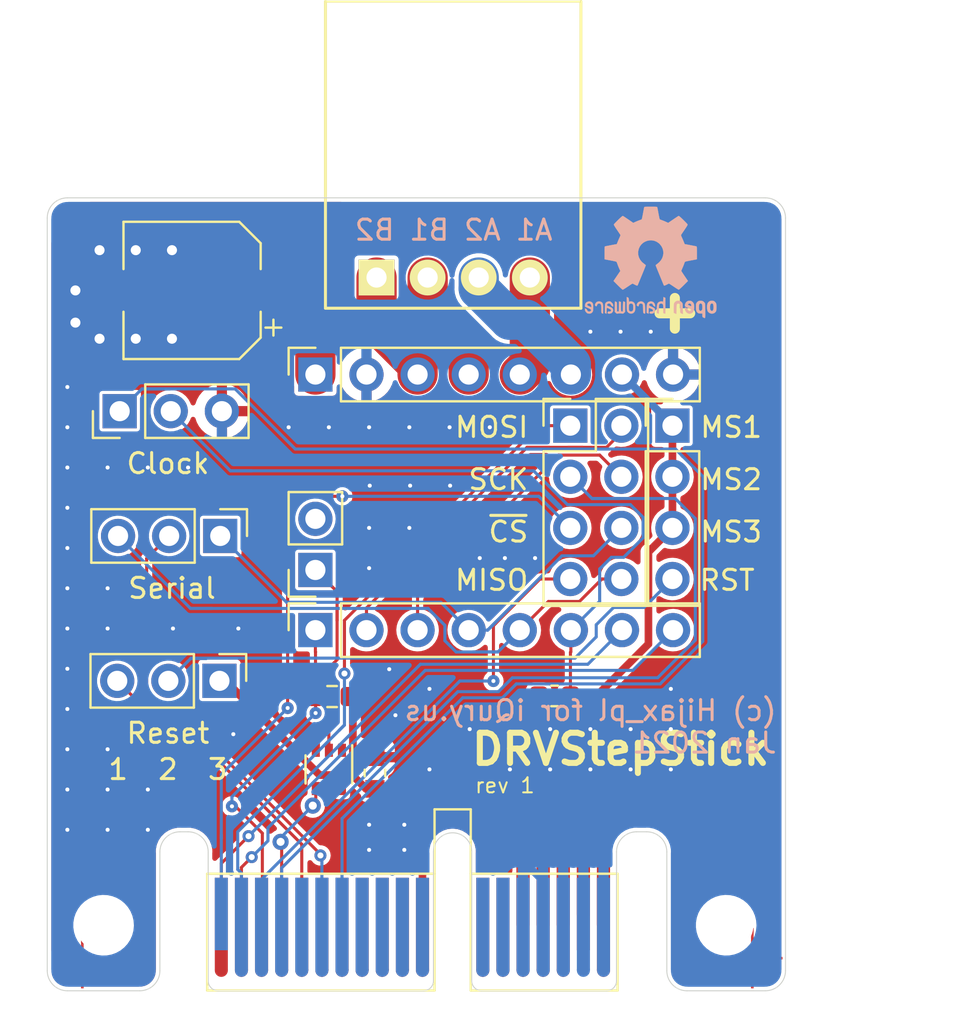
<source format=kicad_pcb>
(kicad_pcb (version 20210108) (generator pcbnew)
  (layers (0 "F.Cu" signal) (31 "B.Cu" signal) (34 "B.Paste" user) (35 "F.Paste" user) (36 "B.SilkS" user "B.Silkscreen") (37 "F.SilkS" user "F.Silkscreen") (38 "B.Mask" user) (39 "F.Mask" user) (44 "Edge.Cuts" user))
  (net 0 "")
  (net 1 "/~CS")
  (net 2 "GND")
  (net 3 "/SERIAL")
  (net 4 "/MOTA1")
  (net 5 "/MOTA2")
  (net 6 "/MOTB1")
  (net 7 "/MOTB2")
  (net 8 "/CLOCK")
  (net 9 "/MISO")
  (net 10 "/MOSI")
  (net 11 "/DIR")
  (net 12 "/STEP")
  (net 13 "/SCK")
  (net 14 "/ALARM1")
  (net 15 "/DIAG")
  (net 16 "VCC")
  (net 17 "/VBB")
  (net 18 "/~ENABLE")
  (net 19 "/MS1{slash}MOSI")
  (net 20 "/MS2{slash}SCK")
  (net 21 "/MS3{slash}~CS{slash}UART")
  (net 22 "/RST{slash}MISO{slash}UART")
  (net 23 "/SLP{slash}DCO{slash}CLK{slash}UART")
  (net 24 "/~ST_RESET")
  (net 25 "Net-(J5-Pad4)")
  (footprint "Connector_PCBEdge:BUS_PCIexpress" (layer "F.Cu") (at 117.653 110.185)
    (fp_text reference "J1" hide)
    (fp_text value "PCIe_Stepper")
    (pad "" connect oval (at 15 2.8 90) (size 0.65 0.65) (layers "B.Cu" "B.Mask"))
    (pad "" connect oval (at 13 2.8 90) (size 0.65 0.65) (layers "B.Cu" "B.Mask"))
    (pad "" connect circle (at 6 2.8) (size 0.65 0.65) (layers "F.Cu" "F.Mask"))
    (pad "" connect circle (at 5 2.8) (size 0.65 0.65) (layers "F.Cu" "F.Mask"))
    (pad "" connect oval (at 6 2.8 90) (size 0.65 0.65) (layers "B.Cu" "B.Mask"))
    (pad "" connect circle (at 14 2.8) (size 0.65 0.65) (layers "F.Cu" "F.Mask"))
    (pad "" connect circle (at 4 2.8) (size 0.65 0.65) (layers "F.Cu" "F.Mask"))
    (pad "" connect circle (at 13 2.8) (size 0.65 0.65) (layers "F.Cu" "F.Mask"))
    (pad "" connect circle (at 7 2.8) (size 0.65 0.65) (layers "F.Cu" "F.Mask"))
    (pad "" connect oval (at 1 2.8 90) (size 0.65 0.65) (layers "B.Cu" "B.Mask"))
    (pad "" connect oval (at 17 2.8 90) (size 0.65 0.65) (layers "B.Cu" "B.Mask"))
    (pad "" connect oval (at 18 2.8 90) (size 0.65 0.65) (layers "B.Cu" "B.Mask"))
    (pad "" connect circle (at 15 2.8) (size 0.65 0.65) (layers "F.Cu" "F.Mask"))
    (pad "" connect oval (at 7 2.8 90) (size 0.65 0.65) (layers "B.Cu" "B.Mask"))
    (pad "" connect oval (at 2 2.8 90) (size 0.65 0.65) (layers "B.Cu" "B.Mask"))
    (pad "" connect oval (at 10 2.8 90) (size 0.65 0.65) (layers "B.Cu" "B.Mask"))
    (pad "" connect oval (at 3 2.8 90) (size 0.65 0.65) (layers "B.Cu" "B.Mask"))
    (pad "" connect oval (at 8 2.8 90) (size 0.65 0.65) (layers "B.Cu" "B.Mask"))
    (pad "" connect circle (at 2 2.8) (size 0.65 0.65) (layers "F.Cu" "F.Mask"))
    (pad "" connect circle (at 17 2.8) (size 0.65 0.65) (layers "F.Cu" "F.Mask"))
    (pad "" connect circle (at 3 2.8) (size 0.65 0.65) (layers "F.Cu" "F.Mask"))
    (pad "" connect circle (at 1 2.8) (size 0.65 0.65) (layers "F.Cu" "F.Mask"))
    (pad "" connect circle (at 9 2.8) (size 0.65 0.65) (layers "F.Cu" "F.Mask"))
    (pad "" connect oval (at 14 2.8 90) (size 0.65 0.65) (layers "B.Cu" "B.Mask"))
    (pad "" connect oval (at 5 2.8 90) (size 0.65 0.65) (layers "B.Cu" "B.Mask"))
    (pad "" connect circle (at 10 2.8) (size 0.65 0.65) (layers "F.Cu" "F.Mask"))
    (pad "" connect oval (at 4 2.8 90) (size 0.65 0.65) (layers "B.Cu" "B.Mask"))
    (pad "" connect circle (at 16 2.8) (size 0.65 0.65) (layers "F.Cu" "F.Mask"))
    (pad "" connect oval (at 16 2.8 90) (size 0.65 0.65) (layers "B.Cu" "B.Mask"))
    (pad "" connect circle (at 0 2.8) (size 0.65 0.65) (layers "F.Cu" "F.Mask"))
    (pad "" connect oval (at 9 2.8 90) (size 0.65 0.65) (layers "B.Cu" "B.Mask"))
    (pad "" connect circle (at 19 2.8) (size 0.65 0.65) (layers "F.Cu" "F.Mask"))
    (pad "" connect oval (at 19 2.8 90) (size 0.65 0.65) (layers "B.Cu" "B.Mask"))
    (pad "" connect circle (at 8 2.8) (size 0.65 0.65) (layers "F.Cu" "F.Mask"))
    (pad "A1" connect rect (at 0 0) (size 0.65 3.6) (layers "B.Cu" "B.Mask") (net 1 "/~CS"))
    (pad "A2" connect rect (at 1 0.5) (size 0.65 4.6) (layers "B.Cu" "B.Mask") (net 10 "/MOSI"))
    (pad "A3" connect rect (at 2 0.5) (size 0.65 4.6) (layers "B.Cu" "B.Mask") (net 9 "/MISO"))
    (pad "A4" connect rect (at 3 0.5) (size 0.65 4.6) (layers "B.Cu" "B.Mask") (net 13 "/SCK"))
    (pad "A5" connect rect (at 4 0.5) (size 0.65 4.6) (layers "B.Cu" "B.Mask"))
    (pad "A6" connect rect (at 5 0.5) (size 0.65 4.6) (layers "B.Cu" "B.Mask") (net 3 "/SERIAL"))
    (pad "A7" connect rect (at 6 0.5) (size 0.65 4.6) (layers "B.Cu" "B.Mask") (net 8 "/CLOCK"))
    (pad "A8" connect rect (at 7 0.5) (size 0.65 4.6) (layers "B.Cu" "B.Mask"))
    (pad "A9" connect rect (at 8 0.5) (size 0.65 4.6) (layers "B.Cu" "B.Mask"))
    (pad "A10" connect rect (at 9 0.5) (size 0.65 4.6) (layers "B.Cu" "B.Mask"))
    (pad "A11" connect rect (at 10 0.5) (size 0.65 4.6) (layers "B.Cu" "B.Mask"))
    (pad "A12" connect rect (at 13 0.5) (size 0.65 4.6) (layers "B.Cu" "B.Mask"))
    (pad "A13" connect rect (at 14 0.5) (size 0.65 4.6) (layers "B.Cu" "B.Mask"))
    (pad "A14" connect rect (at 15 0.5) (size 0.65 4.6) (layers "B.Cu" "B.Mask") (net 2 "GND"))
    (pad "A15" connect rect (at 16 0.5) (size 0.65 4.6) (layers "B.Cu" "B.Mask") (net 2 "GND"))
    (pad "A16" connect rect (at 17 0.5) (size 0.65 4.6) (layers "B.Cu" "B.Mask") (net 2 "GND"))
    (pad "A17" connect rect (at 18 0.5) (size 0.65 4.6) (layers "B.Cu" "B.Mask") (net 2 "GND"))
    (pad "A18" connect rect (at 19 0.5) (size 0.65 4.6) (layers "B.Cu" "B.Mask") (net 2 "GND"))
    (pad "B1" connect rect (at 0 0.5) (size 0.65 4.6) (layers "F.Cu" "F.Mask") (net 12 "/STEP"))
    (pad "B2" connect rect (at 1 0.5) (size 0.65 4.6) (layers "F.Cu" "F.Mask") (net 11 "/DIR"))
    (pad "B3" connect rect (at 2 0.5) (size 0.65 4.6) (layers "F.Cu" "F.Mask") (net 18 "/~ENABLE"))
    (pad "B4" connect rect (at 3 0.5) (size 0.65 4.6) (layers "F.Cu" "F.Mask") (net 14 "/ALARM1"))
    (pad "B5" connect rect (at 4 0.5) (size 0.65 4.6) (layers "F.Cu" "F.Mask") (net 24 "/~ST_RESET"))
    (pad "B6" connect rect (at 5 0.5) (size 0.65 4.6) (layers "F.Cu" "F.Mask"))
    (pad "B7" connect rect (at 6 0.5) (size 0.65 4.6) (layers "F.Cu" "F.Mask"))
    (pad "B8" connect rect (at 7 0.5) (size 0.65 4.6) (layers "F.Cu" "F.Mask"))
    (pad "B9" connect rect (at 8 0.5) (size 0.65 4.6) (layers "F.Cu" "F.Mask"))
    (pad "B10" connect rect (at 9 0.5) (size 0.65 4.6) (layers "F.Cu" "F.Mask"))
    (pad "B11" connect rect (at 10 0.5) (size 0.65 4.6) (layers "F.Cu" "F.Mask") (net 16 "VCC"))
    (pad "B12" connect rect (at 13 0.5) (size 0.65 4.6) (layers "F.Cu" "F.Mask"))
    (pad "B13" connect rect (at 14 0.5) (size 0.65 4.6) (layers "F.Cu" "F.Mask"))
    (pad "B14" connect rect (at 15 0.5) (size 0.65 4.6) (layers "F.Cu" "F.Mask") (net 17 "/VBB"))
    (pad "B15" connect rect (at 16 0.5) (size 0.65 4.6) (layers "F.Cu" "F.Mask") (net 17 "/VBB"))
    (pad "B16" connect rect (at 17 0.5) (size 0.65 4.6) (layers "F.Cu" "F.Mask") (net 17 "/VBB"))
    (pad "B17" connect rect (at 18 0) (size 0.65 3.6) (layers "F.Cu" "F.Mask") (net 17 "/VBB"))
    (pad "B18" connect rect (at 19 0.5) (size 0.65 4.6) (layers "F.Cu" "F.Mask") (net 17 "/VBB"))
  )
  (footprint "PrntrBoardV2:Molex-SL-4POS" (layer "F.Cu") (at 129.18 78.56 180)
    (fp_text reference "J2" hide)
    (fp_text value "Motor" hide)
    (pad "1" thru_hole rect (at 3.81 0 180) (size 1.778 1.778) (drill 1) (layers *.Cu *.Mask "F.SilkS") (net 7 "/MOTB2"))
    (pad "2" thru_hole circle (at 1.27 0 180) (size 1.778 1.778) (drill 1) (layers *.Cu *.Mask "F.SilkS") (net 6 "/MOTB1"))
    (pad "3" thru_hole circle (at -1.27 0 180) (size 1.778 1.778) (drill 1) (layers *.Cu *.Mask "F.SilkS") (net 5 "/MOTA2"))
    (pad "4" thru_hole circle (at -3.81 0 180) (size 1.778 1.778) (drill 1) (layers *.Cu *.Mask "F.SilkS") (net 4 "/MOTA1"))
  )
  (footprint "PrntrBoardV2:Fiducial_1mm_Dia_2.54mm_Outer_CopperTop" (layer "F.Cu") (at 110.744 76.454)
    (fp_text reference "FID1" hide)
    (fp_text value "Fiducial")
    (pad "~" smd rect (at 0 0) (size 3 0.127) (layers "F.Cu" "F.Mask"))
    (pad "~" smd rect (at 0 0) (size 0.127 3) (layers "F.Cu" "F.Mask"))
  )
  (footprint "PrntrBoardV2:Fiducial_1mm_Dia_2.54mm_Outer_CopperTop" (layer "F.Cu") (at 110.744 112.38)
    (fp_text reference "FID2" hide)
    (fp_text value "Fiducial")
    (pad "~" smd rect (at 0 0) (size 0.127 3) (layers "F.Cu" "F.Mask"))
    (pad "~" smd rect (at 0 0) (size 3 0.127) (layers "F.Cu" "F.Mask"))
  )
  (footprint "PrntrBoardV2:Fiducial_1mm_Dia_2.54mm_Outer_CopperTop" (layer "F.Cu") (at 143.764 76.454)
    (fp_text reference "FID3" hide)
    (fp_text value "Fiducial")
    (pad "~" smd rect (at 0 0) (size 3 0.127) (layers "F.Cu" "F.Mask"))
    (pad "~" smd rect (at 0 0) (size 0.127 3) (layers "F.Cu" "F.Mask"))
  )
  (footprint "PrntrBoardV2:Fiducial_1mm_Dia_2.54mm_Outer_CopperTop" (layer "F.Cu") (at 144.05 112.38)
    (fp_text reference "FID4" hide)
    (fp_text value "Fiducial")
    (pad "~" smd rect (at 0 0) (size 0.127 3) (layers "F.Cu" "F.Mask"))
    (pad "~" smd rect (at 0 0) (size 3 0.127) (layers "F.Cu" "F.Mask"))
  )
  (footprint "MountingHole:MountingHole_2.7mm_M2.5" (layer "F.Cu") (at 111.8 110.744)
    (fp_text reference "H1" hide)
    (fp_text value "MountingHole")
    (pad "1" np_thru_hole circle (at 0 0) (size 2.7 2.7) (drill 2.7) (layers *.Cu *.Mask))
  )
  (footprint "MountingHole:MountingHole_2.7mm_M2.5" (layer "F.Cu") (at 142.75 110.744)
    (fp_text reference "H2" hide)
    (fp_text value "MountingHole")
    (pad "1" np_thru_hole circle (at 0 0) (size 2.7 2.7) (drill 2.7) (layers *.Cu *.Mask))
  )
  (footprint "PrntrBoardV2:C_0603_1608Metric" (layer "F.Cu") (at 125.29 103.18 90)
    (fp_text reference "C3" hide)
    (fp_text value "0.1uF")
    (pad "1" smd rect (at -0.7875 0 90) (size 0.875 0.95) (layers "F.Cu" "F.Paste" "F.Mask") (net 16 "VCC"))
    (pad "2" smd rect (at 0.7875 0 90) (size 0.875 0.95) (layers "F.Cu" "F.Paste" "F.Mask") (net 2 "GND"))
  )
  (footprint "Resistor_SMD:R_0603_1608Metric" (layer "F.Cu") (at 134.22 99.35 180)
    (fp_text reference "R2" hide)
    (fp_text value "10k")
    (pad "1" smd roundrect (at -0.7875 0 180) (size 0.875 0.95) (layers "F.Cu" "F.Paste" "F.Mask") (net 23 "/SLP{slash}DCO{slash}CLK{slash}UART"))
    (pad "2" smd roundrect (at 0.7875 0 180) (size 0.875 0.95) (layers "F.Cu" "F.Paste" "F.Mask") (net 16 "VCC"))
  )
  (footprint "Connector_PinHeader_2.54mm:PinHeader_1x03_P2.54mm_Vertical" (layer "F.Cu") (at 117.56 98.6 -90)
    (fp_text reference "JP4" hide)
    (fp_text value "Reset")
    (pad "1" thru_hole rect (at 0 0 270) (size 1.7 1.7) (drill 1) (layers *.Cu *.Mask) (net 16 "VCC"))
    (pad "2" thru_hole oval (at 0 2.54 270) (size 1.7 1.7) (drill 1) (layers *.Cu *.Mask) (net 25 "Net-(J5-Pad4)"))
    (pad "3" thru_hole oval (at 0 5.08 270) (size 1.7 1.7) (drill 1) (layers *.Cu *.Mask) (net 24 "/~ST_RESET"))
  )
  (footprint "Connector_PinSocket_2.54mm:PinSocket_1x02_P2.54mm_Vertical" (layer "F.Cu") (at 122.33 93.09 180)
    (fp_text reference "J7" hide)
    (fp_text value "Conn_01x02")
    (pad "1" thru_hole rect (at 0 0 180) (size 1.7 1.7) (drill 1) (layers *.Cu *.Mask) (net 15 "/DIAG"))
    (pad "2" thru_hole oval (at 0 2.54 180) (size 1.7 1.7) (drill 1) (layers *.Cu *.Mask))
  )
  (footprint "Connector_PinHeader_2.54mm:PinHeader_1x03_P2.54mm_Vertical" (layer "F.Cu") (at 117.6 91.4 -90)
    (fp_text reference "JP2" hide)
    (fp_text value "Serial")
    (pad "1" thru_hole rect (at 0 0 270) (size 1.7 1.7) (drill 1) (layers *.Cu *.Mask) (net 21 "/MS3{slash}~CS{slash}UART"))
    (pad "2" thru_hole oval (at 0 2.54 270) (size 1.7 1.7) (drill 1) (layers *.Cu *.Mask) (net 3 "/SERIAL"))
    (pad "3" thru_hole oval (at 0 5.08 270) (size 1.7 1.7) (drill 1) (layers *.Cu *.Mask) (net 22 "/RST{slash}MISO{slash}UART"))
  )
  (footprint "Connector_PinHeader_2.54mm:PinHeader_2x04_P2.54mm_Vertical" (layer "F.Cu") (at 135 85.92)
    (fp_text reference "J6" hide)
    (fp_text value "SPI Mode" hide)
    (pad "1" thru_hole rect (at 0 0) (size 1.7 1.7) (drill 1) (layers *.Cu *.Mask) (net 10 "/MOSI"))
    (pad "2" thru_hole oval (at 2.54 0) (size 1.7 1.7) (drill 1) (layers *.Cu *.Mask) (net 19 "/MS1{slash}MOSI"))
    (pad "3" thru_hole oval (at 0 2.54) (size 1.7 1.7) (drill 1) (layers *.Cu *.Mask) (net 13 "/SCK"))
    (pad "4" thru_hole oval (at 2.54 2.54) (size 1.7 1.7) (drill 1) (layers *.Cu *.Mask) (net 20 "/MS2{slash}SCK"))
    (pad "5" thru_hole oval (at 0 5.08) (size 1.7 1.7) (drill 1) (layers *.Cu *.Mask) (net 1 "/~CS"))
    (pad "6" thru_hole oval (at 2.54 5.08) (size 1.7 1.7) (drill 1) (layers *.Cu *.Mask) (net 21 "/MS3{slash}~CS{slash}UART"))
    (pad "7" thru_hole oval (at 0 7.62) (size 1.7 1.7) (drill 1) (layers *.Cu *.Mask) (net 9 "/MISO"))
    (pad "8" thru_hole oval (at 2.54 7.62) (size 1.7 1.7) (drill 1) (layers *.Cu *.Mask) (net 22 "/RST{slash}MISO{slash}UART"))
  )
  (footprint "Resistor_SMD:R_0603_1608Metric" (layer "F.Cu") (at 123.16 99.38 180)
    (fp_text reference "R1" hide)
    (fp_text value "10k" hide)
    (pad "1" smd roundrect (at -0.825 0 180) (size 0.8 0.95) (layers "F.Cu" "F.Paste" "F.Mask") (net 16 "VCC"))
    (pad "2" smd roundrect (at 0.825 0 180) (size 0.8 0.95) (layers "F.Cu" "F.Paste" "F.Mask") (net 18 "/~ENABLE"))
  )
  (footprint "Package_TO_SOT_SMD:SOT-353_SC-70-5" (layer "F.Cu") (at 123 103 -90)
    (fp_text reference "U2" hide)
    (fp_text value "74LVC1G06")
    (pad "1" smd rect (at -0.95 -0.65 270) (size 0.65 0.4) (layers "F.Cu" "F.Paste" "F.Mask"))
    (pad "2" smd rect (at -0.95 0 270) (size 0.65 0.4) (layers "F.Cu" "F.Paste" "F.Mask") (net 15 "/DIAG"))
    (pad "3" smd rect (at -0.95 0.65 270) (size 0.65 0.4) (layers "F.Cu" "F.Paste" "F.Mask") (net 2 "GND"))
    (pad "4" smd rect (at 0.95 0.65 270) (size 0.65 0.4) (layers "F.Cu" "F.Paste" "F.Mask") (net 14 "/ALARM1"))
    (pad "5" smd rect (at 0.95 -0.65 270) (size 0.65 0.4) (layers "F.Cu" "F.Paste" "F.Mask") (net 16 "VCC"))
  )
  (footprint "Connector_PinSocket_2.54mm:PinSocket_1x08_P2.54mm_Vertical" (layer "F.Cu") (at 122.33 83.38 90)
    (fp_text reference "J4" hide)
    (fp_text value "StepStickR" hide)
    (pad "1" thru_hole rect (at 0 0 90) (size 1.7 1.7) (drill 1) (layers *.Cu *.Mask) (net 17 "/VBB"))
    (pad "2" thru_hole oval (at 0 2.54 90) (size 1.7 1.7) (drill 1) (layers *.Cu *.Mask) (net 2 "GND"))
    (pad "3" thru_hole oval (at 0 5.08 90) (size 1.7 1.7) (drill 1) (layers *.Cu *.Mask) (net 7 "/MOTB2"))
    (pad "4" thru_hole oval (at 0 7.62 90) (size 1.7 1.7) (drill 1) (layers *.Cu *.Mask) (net 6 "/MOTB1"))
    (pad "5" thru_hole oval (at 0 10.16 90) (size 1.7 1.7) (drill 1) (layers *.Cu *.Mask) (net 4 "/MOTA1"))
    (pad "6" thru_hole oval (at 0 12.7 90) (size 1.7 1.7) (drill 1) (layers *.Cu *.Mask) (net 5 "/MOTA2"))
    (pad "7" thru_hole oval (at 0 15.24 90) (size 1.7 1.7) (drill 1) (layers *.Cu *.Mask) (net 16 "VCC"))
    (pad "8" thru_hole oval (at 0 17.78 90) (size 1.7 1.7) (drill 1) (layers *.Cu *.Mask) (net 2 "GND"))
  )
  (footprint "Connector_PinHeader_2.54mm:PinHeader_1x04_P2.54mm_Vertical" (layer "F.Cu") (at 140.08 85.92)
    (fp_text reference "J5" hide)
    (fp_text value "Conn_01x04" hide)
    (pad "1" thru_hole rect (at 0 0) (size 1.7 1.7) (drill 1) (layers *.Cu *.Mask) (net 16 "VCC"))
    (pad "2" thru_hole oval (at 0 2.54) (size 1.7 1.7) (drill 1) (layers *.Cu *.Mask) (net 16 "VCC"))
    (pad "3" thru_hole oval (at 0 5.08) (size 1.7 1.7) (drill 1) (layers *.Cu *.Mask) (net 16 "VCC"))
    (pad "4" thru_hole oval (at 0 7.62) (size 1.7 1.7) (drill 1) (layers *.Cu *.Mask) (net 25 "Net-(J5-Pad4)"))
  )
  (footprint "Connector_PinSocket_2.54mm:PinSocket_1x08_P2.54mm_Vertical" (layer "F.Cu") (at 122.33 96.08 90)
    (fp_text reference "J3" hide)
    (fp_text value "StepStickL" hide)
    (pad "1" thru_hole rect (at 0 0 90) (size 1.7 1.7) (drill 1) (layers *.Cu *.Mask) (net 18 "/~ENABLE"))
    (pad "2" thru_hole oval (at 0 2.54 90) (size 1.7 1.7) (drill 1) (layers *.Cu *.Mask) (net 19 "/MS1{slash}MOSI"))
    (pad "3" thru_hole oval (at 0 5.08 90) (size 1.7 1.7) (drill 1) (layers *.Cu *.Mask) (net 20 "/MS2{slash}SCK"))
    (pad "4" thru_hole oval (at 0 7.62 90) (size 1.7 1.7) (drill 1) (layers *.Cu *.Mask) (net 21 "/MS3{slash}~CS{slash}UART"))
    (pad "5" thru_hole oval (at 0 10.16 90) (size 1.7 1.7) (drill 1) (layers *.Cu *.Mask) (net 22 "/RST{slash}MISO{slash}UART"))
    (pad "6" thru_hole oval (at 0 12.7 90) (size 1.7 1.7) (drill 1) (layers *.Cu *.Mask) (net 23 "/SLP{slash}DCO{slash}CLK{slash}UART"))
    (pad "7" thru_hole oval (at 0 15.24 90) (size 1.7 1.7) (drill 1) (layers *.Cu *.Mask) (net 12 "/STEP"))
    (pad "8" thru_hole oval (at 0 17.78 90) (size 1.7 1.7) (drill 1) (layers *.Cu *.Mask) (net 11 "/DIR"))
  )
  (footprint "Capacitor_SMD:CP_Elec_6.3x7.7" (layer "F.Cu") (at 116.2 79.2 180)
    (fp_text reference "C4" hide)
    (fp_text value "100uF 35V")
    (pad "1" smd roundrect (at -2.7 0 180) (size 3.5 1.6) (layers "F.Cu" "F.Paste" "F.Mask") (roundrect_rratio 0.15625) (net 17 "/VBB"))
    (pad "2" smd roundrect (at 2.7 0 180) (size 3.5 1.6) (layers "F.Cu" "F.Paste" "F.Mask") (roundrect_rratio 0.15625) (net 2 "GND"))
  )
  (footprint "Connector_PinHeader_2.54mm:PinHeader_1x03_P2.54mm_Vertical" (layer "F.Cu") (at 112.6 85.2 90)
    (fp_text reference "JP3" hide)
    (fp_text value "Clock/Sleep")
    (pad "1" thru_hole rect (at 0 0 90) (size 1.7 1.7) (drill 1) (layers *.Cu *.Mask) (net 8 "/CLOCK"))
    (pad "2" thru_hole oval (at 0 2.54 90) (size 1.7 1.7) (drill 1) (layers *.Cu *.Mask) (net 23 "/SLP{slash}DCO{slash}CLK{slash}UART"))
    (pad "3" thru_hole oval (at 0 5.08 90) (size 1.7 1.7) (drill 1) (layers *.Cu *.Mask) (net 2 "GND"))
  )
  (footprint "Symbol:OSHW-Logo2_7.3x6mm_SilkScreen" (layer "B.Cu") (at 139 77.8 180)
    (fp_text reference "LOGO1" hide)
    (fp_text value "Logo_Open_Hardware_Large" hide)
  )
  (gr_line (start 137.3 113.5) (end 137.3 107.1) (layer "Edge.Cuts") (width 0.05))
  (gr_line (start 130.6 114) (end 136.8 114) (layer "Edge.Cuts") (width 0.05))
  (gr_line (start 139.8 113) (end 139.8 107.1) (layer "Edge.Cuts") (width 0.05))
  (gr_line (start 113.6 114) (end 110 114) (layer "Edge.Cuts") (width 0.05))
  (gr_line (start 130.1 107.1) (end 130.1 113.5) (layer "Edge.Cuts") (width 0.05))
  (gr_arc (start 144.7 75.6) (end 145.7 75.6) (angle -90) (layer "Edge.Cuts") (width 0.05))
  (gr_line (start 114.6 107.1) (end 114.6 113) (layer "Edge.Cuts") (width 0.05))
  (gr_arc (start 110 75.6) (end 110 74.6) (angle -90) (layer "Edge.Cuts") (width 0.05))
  (gr_arc (start 127.7 113.5) (end 127.7 113.999999) (angle -90) (layer "Edge.Cuts") (width 0.05))
  (gr_line (start 128.2 113.5) (end 128.2 107.1) (layer "Edge.Cuts") (width 0.05))
  (gr_line (start 138.3 106.1) (end 138.8 106.1) (layer "Edge.Cuts") (width 0.05))
  (gr_arc (start 144.7 113) (end 144.7 114) (angle -90) (layer "Edge.Cuts") (width 0.05))
  (gr_line (start 140.8 114) (end 144.7 114) (layer "Edge.Cuts") (width 0.05))
  (gr_arc (start 116 107.1) (end 116 106.1) (angle 90) (layer "Edge.Cuts") (width 0.05))
  (gr_line (start 117 107.1) (end 117 113.5) (layer "Edge.Cuts") (width 0.05))
  (gr_line (start 145.7 113) (end 145.7 75.6) (layer "Edge.Cuts") (width 0.05))
  (gr_line (start 109 113) (end 109 75.6) (layer "Edge.Cuts") (width 0.05))
  (gr_arc (start 138.8 107.1) (end 139.8 107.1) (angle -90) (layer "Edge.Cuts") (width 0.05))
  (gr_arc (start 136.8 113.5) (end 136.8 114) (angle -90) (layer "Edge.Cuts") (width 0.05))
  (gr_arc (start 110 113) (end 109 113) (angle -90) (layer "Edge.Cuts") (width 0.05))
  (gr_arc (start 140.8 113) (end 139.8 113) (angle -90) (layer "Edge.Cuts") (width 0.05))
  (gr_line (start 144.7 74.6) (end 110 74.6) (layer "Edge.Cuts") (width 0.05))
  (gr_arc (start 117.5 113.5) (end 117 113.5) (angle -90) (layer "Edge.Cuts") (width 0.05))
  (gr_arc (start 138.3 107.1) (end 138.3 106.1) (angle -90) (layer "Edge.Cuts") (width 0.05))
  (gr_arc (start 115.6 107.1) (end 114.6 107.1) (angle 90) (layer "Edge.Cuts") (width 0.05))
  (gr_arc (start 129.15 107.1) (end 130.099999 107.1) (angle -180) (layer "Edge.Cuts") (width 0.05))
  (gr_line (start 115.6 106.1) (end 116 106.1) (layer "Edge.Cuts") (width 0.05))
  (gr_arc (start 130.6 113.5) (end 130.1 113.5) (angle -90) (layer "Edge.Cuts") (width 0.05))
  (gr_arc (start 113.6 113) (end 113.6 114) (angle -90) (layer "Edge.Cuts") (width 0.05))
  (gr_line (start 117.5 114) (end 127.7 114) (layer "Edge.Cuts") (width 0.05))
  (gr_text "(c) Hijax_pl for iQury.us\nJan 2021" (at 145.34 100.88) (layer "B.SilkS") (effects (font (size 1 1)) (justify left mirror)))
  (gr_text "A1 A2 B1 B2" (at 124.2 76.2) (layer "B.SilkS") (effects (font (size 1 1)) (justify right mirror)))
  (gr_text "Reset" (at 115 101.2) (layer "F.SilkS") (effects (font (size 1 1))))
  (gr_text "1  2  3" (at 115 103) (layer "F.SilkS") (effects (font (size 1 1))))
  (gr_text "DRVStepStick" (at 129.95 102) (layer "F.SilkS") (effects (font (size 1.5 1.5) (thickness 0.3)) (justify left)))
  (gr_text "MS3" (at 143 91.2) (layer "F.SilkS") (effects (font (size 1 1))))
  (gr_text "~CS" (at 133 91.2) (layer "F.SilkS") (effects (font (size 1 1)) (justify right)))
  (gr_text "MS2" (at 143 88.6) (layer "F.SilkS") (effects (font (size 1 1))))
  (gr_text "MISO" (at 133 93.6) (layer "F.SilkS") (effects (font (size 1 1)) (justify right)))
  (gr_text "SCK" (at 133 88.6) (layer "F.SilkS") (effects (font (size 1 1)) (justify right)))
  (gr_text "MOSI" (at 133 86) (layer "F.SilkS") (effects (font (size 1 1)) (justify right)))
  (gr_text "Clock" (at 115 87.8) (layer "F.SilkS") (effects (font (size 1 1))))
  (gr_text "Serial" (at 115.2 94) (layer "F.SilkS") (effects (font (size 1 1))))
  (gr_text "RST" (at 142.8 93.6) (layer "F.SilkS") (effects (font (size 1 1))))
  (gr_text "+" (at 140.2 80.2) (layer "F.SilkS") (effects (font (size 2 2) (thickness 0.5))))
  (gr_text "MS1" (at 143 86) (layer "F.SilkS") (effects (font (size 1 1))))
  (gr_text "rev 1" (at 131.75 103.8) (layer "F.SilkS") (effects (font (size 0.75 0.75) (thickness 0.1))))
  (segment (start 121.853655 89.43) (end 123.67 89.43) (width 0.1524) (layer "F.Cu") (net 1))
  (segment (start 120.95 99.95) (end 120.95 90.333655) (width 0.1524) (layer "F.Cu") (net 1))
  (segment (start 120.95 90.333655) (end 121.853655 89.43) (width 0.1524) (layer "F.Cu") (net 1))
  (via (at 123.67 89.43) (size 0.6) (drill 0.2) (layers "F.Cu" "B.Cu") (net 1))
  (via (at 120.95 99.95) (size 0.6) (drill 0.2) (layers "F.Cu" "B.Cu") (net 1))
  (segment (start 117.653 103.247) (end 120.95 99.95) (width 0.1524) (layer "B.Cu") (net 1))
  (segment (start 117.653 106.413) (end 117.653 103.247) (width 0.1524) (layer "B.Cu") (net 1))
  (segment (start 117.653 106.2554) (end 117.653 106.413) (width 0.1524) (layer "B.Cu") (net 1))
  (segment (start 133.43 89.43) (end 135 91) (width 0.1524) (layer "B.Cu") (net 1))
  (segment (start 117.653 106.413) (end 117.653 110.185) (width 0.1524) (layer "B.Cu") (net 1))
  (segment (start 123.67 89.43) (end 133.43 89.43) (width 0.1524) (layer "B.Cu") (net 1))
  (via (at 115.25 96) (size 0.6) (drill 0.2) (layers "F.Cu" "B.Cu") (net 2))
  (via (at 110 106) (size 0.6) (drill 0.2) (layers "F.Cu" "B.Cu") (net 2))
  (via (at 110.4 79.2) (size 1) (drill 0.5) (layers "F.Cu" "B.Cu") (net 2))
  (via (at 118.5 96) (size 0.6) (drill 0.2) (layers "F.Cu" "B.Cu") (net 2))
  (via (at 118.25 101.25) (size 0.6) (drill 0.2) (layers "F.Cu" "B.Cu") (net 2))
  (via (at 112 96) (size 0.6) (drill 0.2) (layers "F.Cu" "B.Cu") (net 2))
  (via (at 110 92) (size 0.6) (drill 0.2) (layers "F.Cu" "B.Cu") (net 2))
  (via (at 138 101) (size 0.6) (drill 0.2) (layers "F.Cu" "B.Cu") (net 2))
  (via (at 137.5 81.25) (size 0.6) (drill 0.2) (layers "F.Cu" "B.Cu") (net 2))
  (via (at 129.026443 88.90139) (size 0.6) (drill 0.2) (layers "F.Cu" "B.Cu") (net 2))
  (via (at 112 106) (size 0.6) (drill 0.2) (layers "F.Cu" "B.Cu") (net 2))
  (via (at 111.6 77.2) (size 1) (drill 0.5) (layers "F.Cu" "B.Cu") (net 2))
  (via (at 136 103) (size 0.6) (drill 0.2) (layers "F.Cu" "B.Cu") (net 2))
  (via (at 130 101) (size 0.6) (drill 0.2) (layers "F.Cu" "B.Cu") (net 2))
  (via (at 134 101) (size 0.6) (drill 0.2) (layers "F.Cu" "B.Cu") (net 2))
  (via (at 113.4 77.2) (size 1) (drill 0.5) (layers "F.Cu" "B.Cu") (net 2))
  (via (at 112 88) (size 0.6) (drill 0.2) (layers "F.Cu" "B.Cu") (net 2))
  (via (at 140 99) (size 0.6) (drill 0.2) (layers "F.Cu" "B.Cu") (net 2))
  (via (at 127.039222 88.90139) (size 0.6) (drill 0.2) (layers "F.Cu" "B.Cu") (net 2))
  (via (at 112 104) (size 0.6) (drill 0.2) (layers "F.Cu" "B.Cu") (net 2))
  (via (at 110 94) (size 0.6) (drill 0.2) (layers "F.Cu" "B.Cu") (net 2))
  (via (at 110 84) (size 0.6) (drill 0.2) (layers "F.Cu" "B.Cu") (net 2))
  (via (at 110 90) (size 0.6) (drill 0.2) (layers "F.Cu" "B.Cu") (net 2))
  (via (at 126 98.02151) (size 0.6) (drill 0.2) (layers "F.Cu" "B.Cu") (net 2))
  (via (at 125 105.75) (size 0.6) (drill 0.2) (layers "F.Cu" "B.Cu") (net 2))
  (via (at 127 86) (size 0.6) (drill 0.2) (layers "F.Cu" "B.Cu") (net 2))
  (via (at 138 103) (size 0.6) (drill 0.2) (layers "F.Cu" "B.Cu") (net 2))
  (via (at 114 88) (size 0.6) (drill 0.2) (layers "F.Cu" "B.Cu") (net 2))
  (via (at 121 86) (size 0.6) (drill 0.2) (layers "F.Cu" "B.Cu") (net 2))
  (via (at 134 103) (size 0.6) (drill 0.2) (layers "F.Cu" "B.Cu") (net 2))
  (via (at 112 102) (size 0.6) (drill 0.2) (layers "F.Cu" "B.Cu") (net 2))
  (via (at 110 100) (size 0.6) (drill 0.2) (layers "F.Cu" "B.Cu") (net 2))
  (via (at 126.308619 100.308619) (size 0.6) (drill 0.2) (layers "F.Cu" "B.Cu") (net 2))
  (via (at 140 103) (size 0.6) (drill 0.2) (layers "F.Cu" "B.Cu") (net 2))
  (via (at 125 107) (size 0.6) (drill 0.2) (layers "F.Cu" "B.Cu") (net 2))
  (via (at 110 86) (size 0.6) (drill 0.2) (layers "F.Cu" "B.Cu") (net 2))
  (via (at 133.25 92.5) (size 0.6) (drill 0.2) (layers "F.Cu" "B.Cu") (net 2))
  (via (at 126.75 107) (size 0.6) (drill 0.2) (layers "F.Cu" "B.Cu") (net 2))
  (via (at 114 106) (size 0.6) (drill 0.2) (layers "F.Cu" "B.Cu") (net 2))
  (via (at 110.4 80.8) (size 1) (drill 0.5) (layers "F.Cu" "B.Cu") (net 2))
  (via (at 130.5 92.5) (size 0.6) (drill 0.2) (layers "F.Cu" "B.Cu") (net 2))
  (via (at 110 104) (size 0.6) (drill 0.2) (layers "F.Cu" "B.Cu") (net 2))
  (via (at 131 86) (size 0.6) (drill 0.2) (layers "F.Cu" "B.Cu") (net 2))
  (via (at 125 93) (size 0.6) (drill 0.2) (layers "F.Cu" "B.Cu") (net 2))
  (via (at 110 88) (size 0.6) (drill 0.2) (layers "F.Cu" "B.Cu") (net 2))
  (via (at 112 94) (size 0.6) (drill 0.2) (layers "F.Cu" "B.Cu") (net 2))
  (via (at 110 102) (size 0.6) (drill 0.2) (layers "F.Cu" "B.Cu") (net 2))
  (via (at 110 96) (size 0.6) (drill 0.2) (layers "F.Cu" "B.Cu") (net 2))
  (via (at 115.2 77.2) (size 1) (drill 0.5) (layers "F.Cu" "B.Cu") (net 2))
  (via (at 139 81.25) (size 0.6) (drill 0.2) (layers "F.Cu" "B.Cu") (net 2))
  (via (at 136 101) (size 0.6) (drill 0.2) (layers "F.Cu" "B.Cu") (net 2))
  (via (at 132 103) (size 0.6) (drill 0.2) (layers "F.Cu" "B.Cu") (net 2))
  (via (at 115.2 81.6) (size 1) (drill 0.5) (layers "F.Cu" "B.Cu") (net 2))
  (via (at 123 86) (size 0.6) (drill 0.2) (layers "F.Cu" "B.Cu") (net 2))
  (via (at 116 88) (size 0.6) (drill 0.2) (layers "F.Cu" "B.Cu") (net 2))
  (via (at 127 91) (size 0.6) (drill 0.2) (layers "F.Cu" "B.Cu") (net 2))
  (via (at 126.75 105.75) (size 0.6) (drill 0.2) (layers "F.Cu" "B.Cu") (net 2))
  (via (at 136 81.25) (size 0.6) (drill 0.2) (layers "F.Cu" "B.Cu") (net 2))
  (via (at 125.031901 88.90139) (size 0.6) (drill 0.2) (layers "F.Cu" "B.Cu") (net 2))
  (via (at 128 99) (size 0.6) (drill 0.2) (layers "F.Cu" "B.Cu") (net 2))
  (via (at 111.6 81.6) (size 1) (drill 0.5) (layers "F.Cu" "B.Cu") (net 2))
  (via (at 128 103) (size 0.6) (drill 0.2) (layers "F.Cu" "B.Cu") (net 2))
  (via (at 110 98) (size 0.6) (drill 0.2) (layers "F.Cu" "B.Cu") (net 2))
  (via (at 125 86) (size 0.6) (drill 0.2) (layers "F.Cu" "B.Cu") (net 2))
  (via (at 125 91) (size 0.6) (drill 0.2) (layers "F.Cu" "B.Cu") (net 2))
  (via (at 129 86) (size 0.6) (drill 0.2) (layers "F.Cu" "B.Cu") (net 2))
  (via (at 114 104) (size 0.6) (drill 0.2) (layers "F.Cu" "B.Cu") (net 2))
  (via (at 113.4 81.6) (size 1) (drill 0.5) (layers "F.Cu" "B.Cu") (net 2))
  (via (at 131.75 92.5) (size 0.6) (drill 0.2) (layers "F.Cu" "B.Cu") (net 2))
  (via (at 140 101) (size 0.6) (drill 0.2) (layers "F.Cu" "B.Cu") (net 2))
  (segment (start 133.653 108.5406) (end 133.1542 108.0418) (width 0.381) (layer "B.Cu") (net 2))
  (segment (start 133.653 109.3634) (end 133.653 108.0418) (width 0.381) (layer "B.Cu") (net 2))
  (segment (start 135.653 110.685) (end 135.653 108.0418) (width 0.381) (layer "B.Cu") (net 2))
  (segment (start 133.1542 108.0418) (end 132.653 108.0418) (width 0.381) (layer "B.Cu") (net 2))
  (segment (start 133.653 110.685) (end 133.653 109.3634) (width 0.381) (layer "B.Cu") (net 2))
  (segment (start 132.653 110.685) (end 132.653 108.0418) (width 0.381) (layer "B.Cu") (net 2))
  (segment (start 134.653 110.685) (end 134.653 108.0418) (width 0.381) (layer "B.Cu") (net 2))
  (segment (start 136.653 110.685) (end 136.653 108.0418) (width 0.381) (layer "B.Cu") (net 2))
  (segment (start 133.653 109.3634) (end 133.653 108.5406) (width 0.381) (layer "B.Cu") (net 2))
  (segment (start 115.555699 100.194301) (end 122.5813 107.219903) (width 0.1524) (layer "F.Cu") (net 3))
  (segment (start 114.654301 100.194301) (end 115.555699 100.194301) (width 0.1524) (layer "F.Cu") (net 3))
  (segment (start 113.941389 99.481389) (end 114.654301 100.194301) (width 0.1524) (layer "F.Cu") (net 3))
  (segment (start 122.5813 107.219903) (end 122.5813 107.2751) (width 0.1524) (layer "F.Cu") (net 3))
  (segment (start 113.941389 92.518611) (end 113.941389 99.481389) (width 0.1524) (layer "F.Cu") (net 3))
  (segment (start 115.06 91.4) (end 113.941389 92.518611) (width 0.1524) (layer "F.Cu") (net 3))
  (via (at 122.5813 107.2751) (size 0.6) (layers "F.Cu" "B.Cu") (net 3))
  (segment (start 122.5813 107.2751) (end 122.653 107.3468) (width 0.1524) (layer "B.Cu") (net 3))
  (segment (start 122.653 107.3468) (end 122.653 110.685) (width 0.1524) (layer "B.Cu") (net 3))
  (segment (start 132.99 82.88) (end 132.49 83.38) (width 2) (layer "F.Cu") (net 4))
  (segment (start 132.99 78.56) (end 132.99 82.88) (width 2) (layer "F.Cu") (net 4))
  (segment (start 130.45 79.1165) (end 131.986 80.6522) (width 2) (layer "B.Cu") (net 5))
  (segment (start 130.45 78.56) (end 130.45 79.1165) (width 2) (layer "B.Cu") (net 5))
  (segment (start 135.03 82.8812) (end 135.03 83.38) (width 2) (layer "B.Cu") (net 5))
  (segment (start 132.801 80.6522) (end 135.03 82.8812) (width 2) (layer "B.Cu") (net 5))
  (segment (start 131.986 80.6522) (end 132.801 80.6522) (width 2) (layer "B.Cu") (net 5))
  (segment (start 127.91 80.2654) (end 129.95 82.3054) (width 2) (layer "F.Cu") (net 6))
  (segment (start 129.95 82.3054) (end 129.95 83.38) (width 2) (layer "F.Cu") (net 6))
  (segment (start 127.91 78.56) (end 127.91 80.2654) (width 2) (layer "F.Cu") (net 6))
  (segment (start 125.37 78.56) (end 125.37 80.8412) (width 2) (layer "F.Cu") (net 7))
  (segment (start 125.37 80.8412) (end 127.41 82.8812) (width 2) (layer "F.Cu") (net 7))
  (segment (start 127.41 82.8812) (end 127.41 83.38) (width 2) (layer "F.Cu") (net 7))
  (segment (start 113.7071 84.0929) (end 115.0929 84.0929) (width 0.1524) (layer "B.Cu") (net 8))
  (segment (start 123.653 105.443) (end 129.654141 99.441859) (width 0.1524) (layer "B.Cu") (net 8))
  (segment (start 118.3421 84.0929) (end 113.7071 84.0929) (width 0.1524) (layer "B.Cu") (net 8))
  (segment (start 123.653 110.685) (end 123.653 105.443) (width 0.1524) (layer "B.Cu") (net 8))
  (segment (start 140.2287 87.082) (end 121.3312 87.082) (width 0.1524) (layer "B.Cu") (net 8))
  (segment (start 141.5873 96.6364) (end 141.5873 88.4406) (width 0.1524) (layer "B.Cu") (net 8))
  (segment (start 139.47185 98.75185) (end 141.5873 96.6364) (width 0.1524) (layer "B.Cu") (net 8))
  (segment (start 131.628141 99.441859) (end 132.31815 98.75185) (width 0.1524) (layer "B.Cu") (net 8))
  (segment (start 129.654141 99.441859) (end 131.628141 99.441859) (width 0.1524) (layer "B.Cu") (net 8))
  (segment (start 132.31815 98.75185) (end 139.47185 98.75185) (width 0.1524) (layer "B.Cu") (net 8))
  (segment (start 121.3312 87.082) (end 118.3421 84.0929) (width 0.1524) (layer "B.Cu") (net 8))
  (segment (start 112.6 85.2) (end 113.7071 84.0929) (width 0.1524) (layer "B.Cu") (net 8))
  (segment (start 141.5873 88.4406) (end 140.2287 87.082) (width 0.1524) (layer "B.Cu") (net 8))
  (segment (start 131.29825 95.73825) (end 131.22 95.8165) (width 0.1524) (layer "F.Cu") (net 9))
  (segment (start 131.18 95.8565) (end 131.18 98.60843) (width 0.1524) (layer "F.Cu") (net 9))
  (segment (start 133.4965 93.54) (end 131.29825 95.73825) (width 0.1524) (layer "F.Cu") (net 9))
  (segment (start 131.29825 95.73825) (end 131.18 95.8565) (width 0.1524) (layer "F.Cu") (net 9))
  (segment (start 135 93.54) (end 133.4965 93.54) (width 0.1524) (layer "F.Cu") (net 9))
  (via (at 131.18 98.60843) (size 0.6) (drill 0.2) (layers "F.Cu" "B.Cu") (net 9))
  (segment (start 119.653 110.685) (end 119.653 108.464865) (width 0.1524) (layer "B.Cu") (net 9))
  (segment (start 129.509435 98.60843) (end 131.18 98.60843) (width 0.1524) (layer "B.Cu") (net 9))
  (segment (start 119.653 108.464865) (end 129.509435 98.60843) (width 0.1524) (layer "B.Cu") (net 9))
  (segment (start 135 85.92) (end 133.4485 85.92) (width 0.1524) (layer "F.Cu") (net 10))
  (segment (start 133.4485 85.92) (end 123.7745 95.594) (width 0.1524) (layer "F.Cu") (net 10))
  (segment (start 123.7745 95.594) (end 123.7745 98.2366) (width 0.1524) (layer "F.Cu") (net 10))
  (via (at 123.7745 98.2366) (size 0.6) (layers "F.Cu" "B.Cu") (net 10))
  (segment (start 118.653 108.1561) (end 118.653 110.685) (width 0.1524) (layer "B.Cu") (net 10))
  (segment (start 123.7745 100.7955) (end 118.4692 106.1008) (width 0.1524) (layer "B.Cu") (net 10))
  (segment (start 123.7745 98.2366) (end 123.7745 100.7955) (width 0.1524) (layer "B.Cu") (net 10))
  (segment (start 118.4692 106.1008) (end 118.4692 107.9723) (width 0.1524) (layer "B.Cu") (net 10))
  (segment (start 118.4692 107.9723) (end 118.653 108.1561) (width 0.1524) (layer "B.Cu") (net 10))
  (segment (start 123.7745 100.7955) (end 123.505 101.065) (width 0.1524) (layer "B.Cu") (net 10))
  (segment (start 119.1636 107.3589) (end 118.653 107.8695) (width 0.1524) (layer "F.Cu") (net 11))
  (segment (start 118.653 107.8695) (end 118.653 110.685) (width 0.1524) (layer "F.Cu") (net 11))
  (via (at 119.1636 107.3589) (size 0.6) (layers "F.Cu" "B.Cu") (net 11))
  (segment (start 138.110171 98.079829) (end 140.11 96.08) (width 0.1524) (layer "B.Cu") (net 11))
  (segment (start 119.971399 106.551101) (end 119.971399 105.898271) (width 0.1524) (layer "B.Cu") (net 11))
  (segment (start 119.971399 105.898271) (end 127.789841 98.079829) (width 0.1524) (layer "B.Cu") (net 11))
  (segment (start 127.789841 98.079829) (end 138.110171 98.079829) (width 0.1524) (layer "B.Cu") (net 11))
  (segment (start 119.1636 107.3589) (end 119.971399 106.551101) (width 0.1524) (layer "B.Cu") (net 11))
  (segment (start 117.653 107.67) (end 117.653 110.685) (width 0.1524) (layer "F.Cu") (net 12))
  (segment (start 119.0063 106.3167) (end 117.653 107.67) (width 0.1524) (layer "F.Cu") (net 12))
  (via (at 119.0063 106.3167) (size 0.6) (layers "F.Cu" "B.Cu") (net 12))
  (segment (start 135.874981 97.775019) (end 137.57 96.08) (width 0.1524) (layer "B.Cu") (net 12))
  (segment (start 127.547981 97.775019) (end 135.874981 97.775019) (width 0.1524) (layer "B.Cu") (net 12))
  (segment (start 119.0063 106.3167) (end 127.547981 97.775019) (width 0.1524) (layer "B.Cu") (net 12))
  (segment (start 136.0789 89.5389) (end 140.215245 89.5389) (width 0.1524) (layer "B.Cu") (net 13))
  (segment (start 141.2153 90.538955) (end 141.2153 96.5767) (width 0.1524) (layer "B.Cu") (net 13))
  (segment (start 132.121893 98.447039) (end 131.431893 99.137039) (width 0.1524) (layer "B.Cu") (net 13))
  (segment (start 136.0789 89.5389) (end 137.4611 89.5389) (width 0.1524) (layer "B.Cu") (net 13))
  (segment (start 141.2153 90.538955) (end 141.2153 93.1447) (width 0.1524) (layer "B.Cu") (net 13))
  (segment (start 139.344961 98.447039) (end 132.121893 98.447039) (width 0.1524) (layer "B.Cu") (net 13))
  (segment (start 129.411893 99.137039) (end 120.653 107.895932) (width 0.1524) (layer "B.Cu") (net 13))
  (segment (start 135 88.46) (end 136.0789 89.5389) (width 0.1524) (layer "B.Cu") (net 13))
  (segment (start 140.215245 89.5389) (end 141.2153 90.538955) (width 0.1524) (layer "B.Cu") (net 13))
  (segment (start 131.431893 99.137039) (end 129.411893 99.137039) (width 0.1524) (layer "B.Cu") (net 13))
  (segment (start 141.2153 96.5767) (end 139.344961 98.447039) (width 0.1524) (layer "B.Cu") (net 13))
  (segment (start 120.653 107.895932) (end 120.653 110.685) (width 0.1524) (layer "B.Cu") (net 13))
  (segment (start 120.653 110.685) (end 120.653 106.5801) (width 0.1524) (layer "F.Cu") (net 14))
  (segment (start 122.35 104.65) (end 122.2 104.8) (width 0.1524) (layer "F.Cu") (net 14))
  (segment (start 122.35 103.95) (end 122.35 104.65) (width 0.1524) (layer "F.Cu") (net 14))
  (via (at 122.2 104.8) (size 0.8) (drill 0.4) (layers "F.Cu" "B.Cu") (net 14))
  (via (at 120.6 106.6) (size 0.8) (drill 0.4) (layers "F.Cu" "B.Cu") (net 14))
  (segment (start 120.6 106.4) (end 120.6 106.6) (width 0.1524) (layer "B.Cu") (net 14))
  (segment (start 122.2 104.8) (end 120.6 106.4) (width 0.1524) (layer "B.Cu") (net 14))
  (segment (start 122.33 93.09) (end 123.4089 94.1689) (width 0.1524) (layer "F.Cu") (net 15))
  (segment (start 123 97.9588) (end 123 102.05) (width 0.1524) (layer "F.Cu") (net 15))
  (segment (start 123.4089 95.5911) (end 123.4089 97.5499) (width 0.1524) (layer "F.Cu") (net 15))
  (segment (start 123.4089 95.1128) (end 123.4089 95.5911) (width 0.1524) (layer "F.Cu") (net 15))
  (segment (start 123.4089 97.5499) (end 123 97.9588) (width 0.1524) (layer "F.Cu") (net 15))
  (segment (start 123.4089 94.1689) (end 123.4089 95.5911) (width 0.1524) (layer "F.Cu") (net 15))
  (segment (start 133.4325 99.35) (end 128.3317 104.4508) (width 0.381) (layer "F.Cu") (net 16))
  (segment (start 125.29 103.9675) (end 124.8522 103.9675) (width 0.381) (layer "F.Cu") (net 16))
  (segment (start 123.65 103.2818) (end 124.1665 103.2818) (width 0.381) (layer "F.Cu") (net 16))
  (segment (start 127.653 104.4508) (end 127.653 110.685) (width 0.381) (layer "F.Cu") (net 16))
  (segment (start 117.8583 98.6) (end 122.5401 103.2818) (width 0.381) (layer "F.Cu") (net 16))
  (segment (start 124.1933 103.255) (end 124.1665 103.2818) (width 0.381) (layer "F.Cu") (net 16))
  (segment (start 135.4536 100.2014) (end 138.8868 96.7682) (width 0.381) (layer "F.Cu") (net 16))
  (segment (start 140.08 88.46) (end 140.08 85.92) (width 0.381) (layer "F.Cu") (net 16))
  (segment (start 117.56 98.6) (end 117.8583 98.6) (width 0.381) (layer "F.Cu") (net 16))
  (segment (start 122.5401 103.2818) (end 123.65 103.2818) (width 0.381) (layer "F.Cu") (net 16))
  (segment (start 134.2839 100.2014) (end 135.4536 100.2014) (width 0.381) (layer "F.Cu") (net 16))
  (segment (start 125.29 103.9675) (end 126.1082 103.9675) (width 0.381) (layer "F.Cu") (net 16))
  (segment (start 117.8583 98.6) (end 120.72915 101.47085) (width 0.381) (layer "F.Cu") (net 16))
  (segment (start 123.985 99.38) (end 124.1933 99.5883) (width 0.381) (layer "F.Cu") (net 16))
  (segment (start 124.8522 103.9675) (end 124.1665 103.2818) (width 0.381) (layer "F.Cu") (net 16))
  (segment (start 126.5915 104.4508) (end 126.1082 103.9675) (width 0.381) (layer "F.Cu") (net 16))
  (segment (start 123.65 103.95) (end 123.65 103.2818) (width 0.381) (layer "F.Cu") (net 16))
  (segment (start 133.4325 99.35) (end 134.2839 100.2014) (width 0.381) (layer "F.Cu") (net 16))
  (segment (start 127.653 104.4508) (end 126.5915 104.4508) (width 0.381) (layer "F.Cu") (net 16))
  (segment (start 138.8868 96.7682) (end 138.8868 92.1932) (width 0.381) (layer "F.Cu") (net 16))
  (segment (start 128.3317 104.4508) (end 127.653 104.4508) (width 0.381) (layer "F.Cu") (net 16))
  (segment (start 138.8868 92.1932) (end 140.08 91) (width 0.381) (layer "F.Cu") (net 16))
  (segment (start 124.1933 99.5883) (end 124.1933 103.255) (width 0.381) (layer "F.Cu") (net 16))
  (segment (start 140.08 91) (end 140.08 88.46) (width 0.381) (layer "F.Cu") (net 16))
  (segment (start 140.08 85.92) (end 140.08 85.89) (width 0.381) (layer "B.Cu") (net 16))
  (segment (start 140.08 85.89) (end 137.57 83.38) (width 0.381) (layer "B.Cu") (net 16))
  (segment (start 143.4 80.2) (end 139.4 76.2) (width 2) (layer "F.Cu") (net 17))
  (segment (start 122 79.2) (end 122.33 79.53) (width 2) (layer "F.Cu") (net 17))
  (segment (start 134.653 110.685) (end 134.653 106.653) (width 0.65) (layer "F.Cu") (net 17))
  (segment (start 134.653 104.887) (end 134.8 104.74) (width 0.65) (layer "F.Cu") (net 17))
  (segment (start 135.66 104.74) (end 134.8 105.6) (width 2) (layer "F.Cu") (net 17))
  (segment (start 139.4 76.2) (end 124 76.2) (width 2) (layer "F.Cu") (net 17))
  (segment (start 135.653 108.223) (end 135.653 107.253) (width 0.65) (layer "F.Cu") (net 17))
  (segment (start 135.653 110.185) (end 135.653 108.223) (width 0.65) (layer "F.Cu") (net 17))
  (segment (start 135.653 108.223) (end 135.653 105.887) (width 0.65) (layer "F.Cu") (net 17))
  (segment (start 132.653 110.685) (end 132.653 106.887) (width 0.65) (layer "F.Cu") (net 17))
  (segment (start 135.653 105.887) (end 134.653 104.887) (width 0.65) (layer "F.Cu") (net 17))
  (segment (start 122.33 79.53) (end 122.33 83.38) (width 2) (layer "F.Cu") (net 17))
  (segment (start 143.4 96.14) (end 143.4 103) (width 2) (layer "F.Cu") (net 17))
  (segment (start 134.653 110.685) (end 134.653 104.887) (width 0.65) (layer "F.Cu") (net 17))
  (segment (start 141.66 104.74) (end 135.66 104.74) (width 2) (layer "F.Cu") (net 17))
  (segment (start 143.4 85.2) (end 143.4 83.6312) (width 2) (layer "F.Cu") (net 17))
  (segment (start 133.653 106.747) (end 134.8 105.6) (width 0.65) (layer "F.Cu") (net 17))
  (segment (start 136.653 110.685) (end 136.653 106.593) (width 0.65) (layer "F.Cu") (net 17))
  (segment (start 143.4 96.14) (end 143.4 95) (width 2) (layer "F.Cu") (net 17))
  (segment (start 133.653 110.685) (end 133.653 106.747) (width 0.65) (layer "F.Cu") (net 17))
  (segment (start 143.4 85.2) (end 143.4 83.6312) (width 2) (layer "F.Cu") (net 17))
  (segment (start 133.653 110.685) (end 133.653 105.887) (width 0.65) (layer "F.Cu") (net 17))
  (segment (start 118.9 79.2) (end 122 79.2) (width 2) (layer "F.Cu") (net 17))
  (segment (start 143.4 83.6312) (end 143.4 80.2) (width 2) (layer "F.Cu") (net 17))
  (segment (start 136.653 106.593) (end 134.8 104.74) (width 0.65) (layer "F.Cu") (net 17))
  (segment (start 132.653 106.887) (end 134.8 104.74) (width 0.65) (layer "F.Cu") (net 17))
  (segment (start 122.33 77.87) (end 122.33 79.53) (width 2) (layer "F.Cu") (net 17))
  (segment (start 143.4 103) (end 141.66 104.74) (width 2) (layer "F.Cu") (net 17))
  (segment (start 143.4 95) (end 143.4 85.2) (width 2) (layer "F.Cu") (net 17))
  (segment (start 143.4 95) (end 143.4 96.14) (width 2) (layer "F.Cu") (net 17))
  (segment (start 124 76.2) (end 122.33 77.87) (width 2) (layer "F.Cu") (net 17))
  (segment (start 132.653 110.685) (end 132.653 106.947) (width 0.65) (layer "F.Cu") (net 17))
  (segment (start 133.653 105.887) (end 134.8 104.74) (width 0.65) (layer "F.Cu") (net 17))
  (segment (start 136.653 110.685) (end 136.653 107.453) (width 0.65) (layer "F.Cu") (net 17))
  (segment (start 122.34 99.385) (end 122.335 99.38) (width 0.1524) (layer "F.Cu") (net 18))
  (segment (start 119.653 110.685) (end 119.6925 110.6455) (width 0.1524) (layer "F.Cu") (net 18))
  (segment (start 122.33 96.08) (end 122.33 97.1589) (width 0.1524) (layer "F.Cu") (net 18))
  (segment (start 119.6925 110.6455) (end 119.6925 106.1715) (width 0.1524) (layer "F.Cu") (net 18))
  (segment (start 122.335 97.1639) (end 122.335 99.38) (width 0.1524) (layer "F.Cu") (net 18))
  (segment (start 122.34 100.2) (end 122.34 99.385) (width 0.1524) (layer "F.Cu") (net 18))
  (segment (start 122.33 97.1589) (end 122.335 97.1639) (width 0.1524) (layer "F.Cu") (net 18))
  (segment (start 119.6925 106.1715) (end 118.355539 104.834539) (width 0.1524) (layer "F.Cu") (net 18))
  (segment (start 118.355539 104.834539) (end 118.18161 104.834539) (width 0.1524) (layer "F.Cu") (net 18))
  (via (at 122.34 100.2) (size 0.6) (drill 0.2) (layers "F.Cu" "B.Cu") (net 18))
  (via (at 118.18161 104.834539) (size 0.6) (drill 0.2) (layers "F.Cu" "B.Cu") (net 18))
  (segment (start 118.18161 104.35839) (end 118.18161 104.834539) (width 0.1524) (layer "B.Cu") (net 18))
  (segment (start 122.34 100.2) (end 118.18161 104.35839) (width 0.1524) (layer "B.Cu") (net 18))
  (segment (start 137.54 86.26) (end 137.54 85.92) (width 0.1524) (layer "F.Cu") (net 19))
  (segment (start 124.87 94.98) (end 132.851389 86.998611) (width 0.1524) (layer "F.Cu") (net 19))
  (segment (start 134.895389 86.998611) (end 135.598611 86.998611) (width 0.1524) (layer "F.Cu") (net 19))
  (segment (start 135.598611 86.998611) (end 136.801389 86.998611) (width 0.1524) (layer "F.Cu") (net 19))
  (segment (start 124.87 96.08) (end 124.87 94.98) (width 0.1524) (layer "F.Cu") (net 19))
  (segment (start 132.851389 86.998611) (end 135.598611 86.998611) (width 0.1524) (layer "F.Cu") (net 19))
  (segment (start 136.801389 86.998611) (end 137.54 86.26) (width 0.1524) (layer "F.Cu") (net 19))
  (segment (start 132.851389 86.998611) (end 133.951389 86.998611) (width 0.1524) (layer "F.Cu") (net 19))
  (segment (start 134.418611 87.381389) (end 127.41 94.39) (width 0.1524) (layer "F.Cu") (net 20))
  (segment (start 127.41 94.39) (end 127.41 96.08) (width 0.1524) (layer "F.Cu") (net 20))
  (segment (start 136.461389 87.381389) (end 134.418611 87.381389) (width 0.1524) (layer "F.Cu") (net 20))
  (segment (start 137.54 88.46) (end 136.461389 87.381389) (width 0.1524) (layer "F.Cu") (net 20))
  (segment (start 128.5658 94.6958) (end 127.4958 94.6958) (width 0.1524) (layer "B.Cu") (net 21))
  (segment (start 130.894 96.08) (end 134.587 92.387) (width 0.1524) (layer "B.Cu") (net 21))
  (segment (start 130.894 96.08) (end 132.787 94.187) (width 0.1524) (layer "B.Cu") (net 21))
  (segment (start 120.8958 94.6958) (end 128.5658 94.6958) (width 0.1524) (layer "B.Cu") (net 21))
  (segment (start 137.54 91) (end 136.153 92.387) (width 0.1524) (layer "B.Cu") (net 21))
  (segment (start 136.153 92.387) (end 134.587 92.387) (width 0.1524) (layer "B.Cu") (net 21))
  (segment (start 117.6 91.4) (end 120.8958 94.6958) (width 0.1524) (layer "B.Cu") (net 21))
  (segment (start 129.95 96.08) (end 130.894 96.08) (width 0.1524) (layer "B.Cu") (net 21))
  (segment (start 129.95 96.08) (end 128.5658 94.6958) (width 0.1524) (layer "B.Cu") (net 21))
  (segment (start 120.8958 94.6958) (end 122.0958 94.6958) (width 0.1524) (layer "B.Cu") (net 21))
  (segment (start 136.5729 93.54) (end 135.45645 94.65645) (width 0.1524) (layer "F.Cu") (net 22))
  (segment (start 133.91355 94.65645) (end 132.49 96.08) (width 0.1524) (layer "F.Cu") (net 22))
  (segment (start 137.54 93.54) (end 136.5729 93.54) (width 0.1524) (layer "F.Cu") (net 22))
  (segment (start 135.45645 94.65645) (end 133.91355 94.65645) (width 0.1524) (layer "F.Cu") (net 22))
  (segment (start 129.327135 97.165) (end 131.405 97.165) (width 0.1524) (layer "B.Cu") (net 22))
  (segment (start 116.121 95.001) (end 127.927345 95.001) (width 0.1524) (layer "B.Cu") (net 22))
  (segment (start 131.405 97.165) (end 130.165 97.165) (width 0.1524) (layer "B.Cu") (net 22))
  (segment (start 128.767135 96.605) (end 129.327135 97.165) (width 0.1524) (layer "B.Cu") (net 22))
  (segment (start 132.49 96.08) (end 131.405 97.165) (width 0.1524) (layer "B.Cu") (net 22))
  (segment (start 112.52 91.4) (end 116.121 95.001) (width 0.1524) (layer "B.Cu") (net 22))
  (segment (start 116.121 95.001) (end 117.201 95.001) (width 0.1524) (layer "B.Cu") (net 22))
  (segment (start 127.927345 95.001) (end 128.767135 95.84079) (width 0.1524) (layer "B.Cu") (net 22))
  (segment (start 128.767135 95.84079) (end 128.767135 96.605) (width 0.1524) (layer "B.Cu") (net 22))
  (segment (start 135.03 97.1589) (end 135.0075 97.1814) (width 0.1524) (layer "F.Cu") (net 23))
  (segment (start 135.0075 97.1814) (end 135.0075 99.35) (width 0.1524) (layer "F.Cu") (net 23))
  (segment (start 135.03 96.08) (end 135.03 97.1589) (width 0.1524) (layer "F.Cu") (net 23))
  (segment (start 133.1777 88.1635) (end 134.8583 89.8441) (width 0.1524) (layer "B.Cu") (net 23))
  (segment (start 136.461389 94.64861) (end 136.461389 93.043911) (width 0.1524) (layer "B.Cu") (net 23))
  (segment (start 118.1035 88.1635) (end 119.1635 88.1635) (width 0.1524) (layer "B.Cu") (net 23))
  (segment (start 115.14 85.2) (end 118.1035 88.1635) (width 0.1524) (layer "B.Cu") (net 23))
  (segment (start 137.6537 92.461) (end 137.0443 92.461) (width 0.1524) (layer "B.Cu") (net 23))
  (segment (start 137.0443 92.461) (end 136.461389 93.043911) (width 0.1524) (layer "B.Cu") (net 23))
  (segment (start 138.619 91.4957) (end 137.6537 92.461) (width 0.1524) (layer "B.Cu") (net 23))
  (segment (start 135.03 96.08) (end 136.461389 94.64861) (width 0.1524) (layer "B.Cu") (net 23))
  (segment (start 137.9877 89.8441) (end 138.619 90.4754) (width 0.1524) (layer "B.Cu") (net 23))
  (segment (start 134.8583 89.8441) (end 137.9877 89.8441) (width 0.1524) (layer "B.Cu") (net 23))
  (segment (start 118.1035 88.1635) (end 133.1777 88.1635) (width 0.1524) (layer "B.Cu") (net 23))
  (segment (start 138.619 90.4754) (end 138.619 91.4957) (width 0.1524) (layer "B.Cu") (net 23))
  (segment (start 136.461389 93.043911) (end 136.55265 92.95265) (width 0.1524) (layer "B.Cu") (net 23))
  (segment (start 114.379112 100.499112) (end 115.429442 100.499112) (width 0.1524) (layer "F.Cu") (net 24))
  (segment (start 112.48 98.6) (end 114.379112 100.499112) (width 0.1524) (layer "F.Cu") (net 24))
  (segment (start 115.429442 100.499112) (end 121.653 106.72267) (width 0.1524) (layer "F.Cu") (net 24))
  (segment (start 121.653 106.72267) (end 121.653 110.685) (width 0.1524) (layer "F.Cu") (net 24))
  (segment (start 137.15245 94.95245) (end 138.66755 94.95245) (width 0.1524) (layer "B.Cu") (net 25))
  (segment (start 136.2905 96.4155) (end 136.2905 95.8144) (width 0.1524) (layer "B.Cu") (net 25))
  (segment (start 116.1271 97.4929) (end 116.9071 97.4929) (width 0.1524) (layer "B.Cu") (net 25))
  (segment (start 115.02 98.6) (end 116.1271 97.4929) (width 0.1524) (layer "B.Cu") (net 25))
  (segment (start 116.149791 97.470209) (end 135.235791 97.470209) (width 0.1524) (layer "B.Cu") (net 25))
  (segment (start 136.2905 95.8144) (end 137.15245 94.95245) (width 0.1524) (layer "B.Cu") (net 25))
  (segment (start 138.66755 94.95245) (end 140.08 93.54) (width 0.1524) (layer "B.Cu") (net 25))
  (segment (start 135.235791 97.470209) (end 136.2905 96.4155) (width 0.1524) (layer "B.Cu") (net 25))
  (segment (start 116.1271 97.4929) (end 116.149791 97.470209) (width 0.1524) (layer "B.Cu") (net 25))
  (zone (net 2) (net_name "GND") (layer "F.Cu") (connect_pads (clearance 0.2032)) (min_thickness 0.254) (fill yes (thermal_gap 0.508) (thermal_bridge_width 0.508))
    (polygon (pts (xy 106.934 73.025) (xy 106.934 115.66) (xy 147.828 115.66) (xy 147.828 73.025)))
  )
  (zone (net 2) (net_name "GND") (layer "B.Cu") (connect_pads (clearance 0.1524)) (min_thickness 0.254) (fill yes (thermal_gap 0.508) (thermal_bridge_width 0.508))
    (polygon (pts (xy 106.934 73.5965) (xy 147.32 73.5965) (xy 147.263 114.85) (xy 138 114.85) (xy 138 108.5) (xy 116 108.5) (xy 115.997776 114.5) (xy 107 114.5)))
  )
)
</source>
